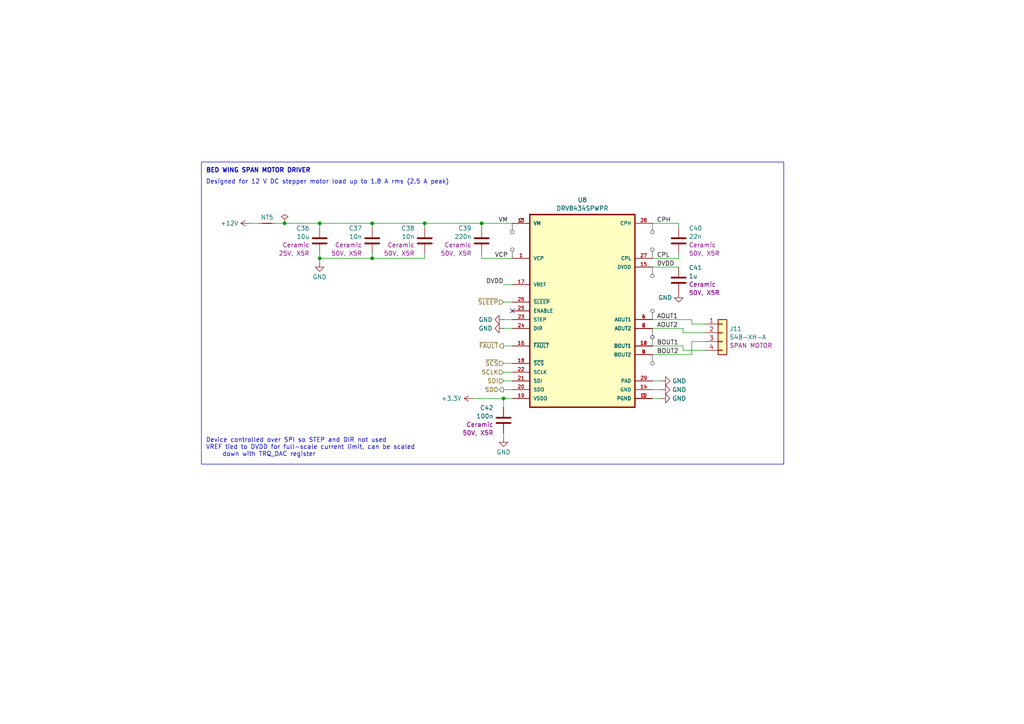
<source format=kicad_sch>
(kicad_sch (version 20250114) (generator "eeschema") (generator_version "9.0")
  (paper "A4")
  (title_block (title "Bed Lift Controller") (date "2025-10") (rev "v0.2") (company "Brown Studios LLC"))
  (lib_symbols
    (symbol "Connector_Generic:Conn_01x04" (pin_names (offset 1.016) (hide yes))
      (property "Reference" "J" (at 0 5.08 0))
      (property "Value" "Conn_01x04" (at 0 -7.62 0))
      (symbol "Conn_01x04_1_1"
        (rectangle (start -1.27 3.81) (end 1.27 -6.35) (stroke (width 0.254)) (fill (type background)))
        (rectangle (start -1.27 2.667) (end 0 2.413) (stroke (width 0.1524)))
        (rectangle (start -1.27 0.127) (end 0 -0.127) (stroke (width 0.1524)))
        (rectangle (start -1.27 -2.413) (end 0 -2.667) (stroke (width 0.1524)))
        (rectangle (start -1.27 -4.953) (end 0 -5.207) (stroke (width 0.1524)))
        (pin passive line (at -5.08 2.54 0) (length 3.81) (name "Pin_1") (number "1"))
        (pin passive line (at -5.08 0 0) (length 3.81) (name "Pin_2") (number "2"))
        (pin passive line (at -5.08 -2.54 0) (length 3.81) (name "Pin_3") (number "3"))
        (pin passive line (at -5.08 -5.08 0) (length 3.81) (name "Pin_4") (number "4"))
      )
    )
    (symbol "DRV8434SPWPR:DRV8434SPWPR" (pin_names (offset 1.016))
      (property "Reference" "U" (at -14.986 31.242 0))
      (property "Value" "DRV8434SPWPR" (at -15.24 -29.4 0))
      (symbol "DRV8434SPWPR_0_0"
        (rectangle (start -15.24 30.48) (end 15.24 -25.4) (stroke (width 0.41)) (fill (type background)))
        (pin power_in line (at -20.32 27.94 0) (length 5.08) (name "VM") (number "2"))
        (pin power_out line (at -20.32 17.78 0) (length 5.08) (name "VCP") (number "1"))
        (pin input line (at -20.32 10.16 0) (length 5.08) (name "VREF") (number "17"))
        (pin input line (at -20.32 5.08 0) (length 5.08) (name "~{SLEEP}") (number "26"))
        (pin input line (at -20.32 2.54 0) (length 5.08) (name "ENABLE") (number "25"))
        (pin input line (at -20.32 -2.54 0) (length 5.08) (name "DIR") (number "24"))
        (pin power_out line (at 20.32 27.94 180) (length 5.08) (name "CPH") (number "28"))
        (pin power_out line (at 20.32 17.78 180) (length 5.08) (name "CPL") (number "27"))
        (pin passive line (at 20.32 -17.78 180) (length 5.08) (name "PAD") (number "29"))
        (pin power_in line (at 20.32 -20.32 180) (length 5.08) (name "GND") (number "14"))
        (pin power_in line (at 20.32 -22.86 180) (length 5.08) (name "PGND") (number "3"))
      )
      (symbol "DRV8434SPWPR_1_0"
        (pin power_in line (at -20.32 27.94 0) (length 5.08) (name "VM") (number "13"))
        (pin input line (at -20.32 0 0) (length 5.08) (name "STEP") (number "23"))
        (pin open_collector line (at -20.32 -7.62 0) (length 5.08) (name "~{FAULT}") (number "16"))
        (pin input line (at -20.32 -12.7 0) (length 5.08) (name "~{SCS}") (number "18"))
        (pin input line (at -20.32 -15.24 0) (length 5.08) (name "SCLK") (number "22"))
        (pin input line (at -20.32 -17.78 0) (length 5.08) (name "SDI") (number "21"))
        (pin output line (at -20.32 -20.32 0) (length 5.08) (name "SDO") (number "20"))
        (pin power_in line (at -20.32 -22.86 0) (length 5.08) (name "VSDO") (number "19"))
        (pin power_out line (at 20.32 15.24 180) (length 5.08) (name "DVDD") (number "15"))
        (pin power_out line (at 20.32 0 180) (length 5.08) (name "AOUT1") (number "4"))
        (pin power_out line (at 20.32 0 180) (length 5.08) (name "AOUT1") (number "5"))
        (pin power_out line (at 20.32 -2.54 180) (length 5.08) (name "AOUT2") (number "6"))
        (pin power_out line (at 20.32 -2.54 180) (length 5.08) (name "AOUT2") (number "7"))
        (pin power_out line (at 20.32 -7.62 180) (length 5.08) (name "BOUT1") (number "10"))
        (pin power_out line (at 20.32 -7.62 180) (length 5.08) (name "BOUT1") (number "11"))
        (pin power_out line (at 20.32 -10.16 180) (length 5.08) (name "BOUT2") (number "8"))
        (pin power_out line (at 20.32 -10.16 180) (length 5.08) (name "BOUT2") (number "9"))
        (pin power_in line (at 20.32 -22.86 180) (length 5.08) (name "PGND") (number "12"))
      )
    )
    (symbol "Device:C" (pin_numbers (hide yes)) (pin_names (offset 0.254))
      (property "Reference" "C" (at 0.635 2.54 0))
      (property "Value" "C" (at 0.635 -2.54 0))
      (symbol "C_0_1"
        (polyline (pts (xy -2.032 0.762) (xy 2.032 0.762)) (stroke (width 0.508)))
        (polyline (pts (xy -2.032 -0.762) (xy 2.032 -0.762)) (stroke (width 0.508)))
      )
      (symbol "C_1_1"
        (pin passive line (at 0 3.81 270) (length 2.794) (name "~") (number "1"))
        (pin passive line (at 0 -3.81 90) (length 2.794) (name "~") (number "2"))
      )
    )
    (symbol "Device:NetTie_2" (pin_numbers (hide yes)) (pin_names (offset 0) (hide yes)) (in_bom no)
      (property "Reference" "NT" (at 0 1.27 0))
      (property "Value" "NetTie_2" (at 0 -1.27 0))
      (symbol "NetTie_2_0_1"
        (polyline (pts (xy -1.27 0) (xy 1.27 0)) (stroke (width 0.254)))
      )
      (symbol "NetTie_2_1_1"
        (pin passive line (at -2.54 0 0) (length 2.54) (name "1") (number "1"))
        (pin passive line (at 2.54 0 180) (length 2.54) (name "2") (number "2"))
      )
    )
    (symbol "power:+12V" (power) (pin_numbers (hide yes)) (pin_names (offset 0) (hide yes))
      (property "Value" "+12V" (at 0 3.556 0))
      (symbol "+12V_0_1"
        (polyline (pts (xy -0.762 1.27) (xy 0 2.54)))
        (polyline (pts (xy 0 2.54) (xy 0.762 1.27)))
        (polyline (pts (xy 0 0) (xy 0 2.54)))
      )
      (symbol "+12V_1_1"
        (pin power_in line (at 0 0 90) (length 0) (name "~") (number "1"))
      )
    )
    (symbol "power:+3.3V" (power) (pin_numbers (hide yes)) (pin_names (offset 0) (hide yes))
      (property "Value" "+3.3V" (at 0 3.556 0))
      (symbol "+3.3V_0_1"
        (polyline (pts (xy -0.762 1.27) (xy 0 2.54)))
        (polyline (pts (xy 0 2.54) (xy 0.762 1.27)))
        (polyline (pts (xy 0 0) (xy 0 2.54)))
      )
      (symbol "+3.3V_1_1"
        (pin power_in line (at 0 0 90) (length 0) (name "~") (number "1"))
      )
    )
    (symbol "power:GND" (power) (pin_numbers (hide yes)) (pin_names (offset 0) (hide yes))
      (property "Value" "GND" (at 0 -3.81 0))
      (symbol "GND_0_1"
        (polyline (pts (xy 0 0) (xy 0 -1.27) (xy 1.27 -1.27) (xy 0 -2.54) (xy -1.27 -1.27) (xy 0 -1.27)))
      )
      (symbol "GND_1_1"
        (pin power_in line (at 0 0 270) (length 0) (name "~") (number "1"))
      )
    )
    (symbol "power:PWR_FLAG" (power) (pin_numbers (hide yes)) (pin_names (offset 0) (hide yes))
      (property "Value" "PWR_FLAG" (at 0 3.81 0))
      (symbol "PWR_FLAG_0_0"
        (pin power_out line (at 0 0 90) (length 0) (name "~") (number "1"))
      )
      (symbol "PWR_FLAG_0_1"
        (polyline (pts (xy 0 0) (xy 0 1.27) (xy -1.016 1.905) (xy 0 2.54) (xy 1.016 1.905) (xy 0 1.27)))
      )
    )
  )
  (rectangle (start 58.42 46.99) (end 227.33 134.62))
  (text "Designed for 12 V DC stepper motor load up to 1.8 A rms (2.5 A peak)" (at 59.69 52.07 0) (effects (font (size 1.27 1.27)) (justify left top)))
  (text "BED WING SPAN MOTOR DRIVER" (at 59.69 49.53 0) (effects (font (size 1.27 1.27) (thickness 0.254) (bold yes)) (justify left)))
  (text "Device controlled over SPI so STEP and DIR not used\nVREF tied to DVDD for full-scale current limit, can be scaled\n	down with TRQ_DAC register" (at 59.69 127 0) (effects (font (size 1.27 1.27)) (justify left top)))
  (junction (at 92.71 74.93))
  (junction (at 107.95 74.93))
  (junction (at 82.55 64.77))
  (junction (at 146.05 115.57))
  (junction (at 92.71 64.77))
  (junction (at 123.19 64.77))
  (junction (at 139.7 64.77))
  (junction (at 107.95 64.77))
  (no_connect (at 148.59 90.17))
  (wire (pts (xy 92.71 73.66) (xy 92.71 74.93)))
  (wire (pts (xy 146.05 82.55) (xy 148.59 82.55)))
  (wire (pts (xy 92.71 74.93) (xy 92.71 76.2)))
  (wire (pts (xy 189.23 102.87) (xy 200.66 102.87)))
  (wire (pts (xy 146.05 100.33) (xy 148.59 100.33)))
  (wire (pts (xy 107.95 74.93) (xy 107.95 73.66)))
  (wire (pts (xy 189.23 113.03) (xy 191.77 113.03)))
  (wire (pts (xy 189.23 77.47) (xy 196.85 77.47)))
  (wire (pts (xy 72.39 64.77) (xy 74.93 64.77)))
  (wire (pts (xy 200.66 93.98) (xy 200.66 92.71)))
  (wire (pts (xy 146.05 107.95) (xy 148.59 107.95)))
  (wire (pts (xy 189.23 92.71) (xy 200.66 92.71)))
  (wire (pts (xy 92.71 64.77) (xy 82.55 64.77)))
  (wire (pts (xy 189.23 115.57) (xy 191.77 115.57)))
  (wire (pts (xy 198.12 96.52) (xy 198.12 95.25)))
  (wire (pts (xy 92.71 64.77) (xy 92.71 66.04)))
  (wire (pts (xy 139.7 64.77) (xy 148.59 64.77)))
  (wire (pts (xy 92.71 64.77) (xy 107.95 64.77)))
  (wire (pts (xy 204.47 96.52) (xy 198.12 96.52)))
  (wire (pts (xy 123.19 64.77) (xy 123.19 66.04)))
  (wire (pts (xy 146.05 110.49) (xy 148.59 110.49)))
  (wire (pts (xy 196.85 66.04) (xy 196.85 64.77)))
  (wire (pts (xy 92.71 74.93) (xy 107.95 74.93)))
  (wire (pts (xy 146.05 95.25) (xy 148.59 95.25)))
  (wire (pts (xy 139.7 73.66) (xy 139.7 74.93)))
  (wire (pts (xy 189.23 74.93) (xy 196.85 74.93)))
  (wire (pts (xy 146.05 113.03) (xy 148.59 113.03)))
  (wire (pts (xy 139.7 66.04) (xy 139.7 64.77)))
  (wire (pts (xy 200.66 99.06) (xy 200.66 102.87)))
  (wire (pts (xy 204.47 101.6) (xy 198.12 101.6)))
  (wire (pts (xy 139.7 74.93) (xy 148.59 74.93)))
  (wire (pts (xy 189.23 64.77) (xy 196.85 64.77)))
  (wire (pts (xy 200.66 99.06) (xy 204.47 99.06)))
  (wire (pts (xy 146.05 105.41) (xy 148.59 105.41)))
  (wire (pts (xy 196.85 73.66) (xy 196.85 74.93)))
  (wire (pts (xy 107.95 64.77) (xy 123.19 64.77)))
  (wire (pts (xy 123.19 64.77) (xy 139.7 64.77)))
  (wire (pts (xy 107.95 74.93) (xy 123.19 74.93)))
  (wire (pts (xy 80.01 64.77) (xy 82.55 64.77)))
  (wire (pts (xy 146.05 115.57) (xy 146.05 118.11)))
  (wire (pts (xy 107.95 64.77) (xy 107.95 66.04)))
  (wire (pts (xy 123.19 73.66) (xy 123.19 74.93)))
  (wire (pts (xy 146.05 127) (xy 146.05 125.73)))
  (wire (pts (xy 189.23 100.33) (xy 198.12 100.33)))
  (wire (pts (xy 189.23 110.49) (xy 191.77 110.49)))
  (wire (pts (xy 137.16 115.57) (xy 146.05 115.57)))
  (wire (pts (xy 146.05 92.71) (xy 148.59 92.71)))
  (wire (pts (xy 204.47 93.98) (xy 200.66 93.98)))
  (wire (pts (xy 146.05 87.63) (xy 148.59 87.63)))
  (wire (pts (xy 198.12 101.6) (xy 198.12 100.33)))
  (wire (pts (xy 146.05 115.57) (xy 148.59 115.57)))
  (wire (pts (xy 189.23 95.25) (xy 198.12 95.25)))
  (label "CPL" (at 190.5 74.93 0))
  (label "VCP" (at 147.32 74.93 180))
  (label "BOUT2" (at 190.5 102.87 0))
  (label "CPH" (at 190.5 64.77 0))
  (label "VM" (at 147.32 64.77 180))
  (label "AOUT2" (at 190.5 95.25 0))
  (label "DVDD" (at 146.05 82.55 180))
  (label "DVDD" (at 190.5 77.47 0))
  (label "BOUT1" (at 190.5 100.33 0))
  (label "AOUT1" (at 190.5 92.71 0))
  (hierarchical_label "~{SLEEP}" (shape input) (at 146.05 87.63 180))
  (hierarchical_label "~{FAULT}" (shape output) (at 146.05 100.33 180))
  (hierarchical_label "~{SCS}" (shape input) (at 146.05 105.41 180))
  (hierarchical_label "SDO" (shape output) (at 146.05 113.03 180))
  (hierarchical_label "SCLK" (shape input) (at 146.05 107.95 180))
  (hierarchical_label "SDI" (shape input) (at 146.05 110.49 180))
  (netclass_flag "" (length 2.54) (shape round) (at 189.23 95.25 180) (property "Netclass" "Power-2A" (effects (hide yes))))
  (netclass_flag "" (length 2.54) (shape round) (at 189.23 64.77 180) (property "Netclass" "Power" (effects (hide yes))))
  (netclass_flag "" (length 2.54) (shape round) (at 148.59 64.77 180) (property "Netclass" "Power-2A" (effects (hide yes))))
  (netclass_flag "" (length 2.54) (shape round) (at 189.23 74.93 0) (property "Netclass" "Power" (effects (hide yes))))
  (netclass_flag "" (length 2.54) (shape round) (at 148.59 74.93 0) (property "Netclass" "Power" (effects (hide yes))))
  (netclass_flag "" (length 2.54) (shape round) (at 189.23 100.33 0) (property "Netclass" "Power-2A" (effects (hide yes))))
  (netclass_flag "" (length 2.54) (shape round) (at 189.23 102.87 180) (property "Netclass" "Power-2A" (effects (hide yes))))
  (netclass_flag "" (length 2.54) (shape round) (at 189.23 77.47 180) (property "Netclass" "Power" (effects (hide yes))))
  (netclass_flag "" (length 2.54) (shape round) (at 189.23 92.71 0) (property "Netclass" "Power-2A" (effects (hide yes))))
  (symbol (lib_id "Device:NetTie_2") (at 77.47 64.77 0) (unit 1) (in_bom no)
    (property "Reference" "NT4" (at 77.47 63.0499 0))
    (property "Value" "NetTie_2" (effects (hide yes)))
    (property "Footprint" "Generic:NetTie-2_SMD_Pad1.5mm" (effects (hide yes)))
    (property "Description" "Net tie, 2 pins" (effects (hide yes)))
    (instances (project "bed-lift" (path "" (reference "NT5") (unit 1)) (path "" (reference "NT6") (unit 1)) (path "" (reference "NT4") (unit 1)) (path "" (reference "NT7") (unit 1))))
  )
  (symbol (lib_id "power:GND") (at 146.05 92.71 270) (mirror x) (unit 1)
    (property "Reference" "#PWR044" (effects (hide yes)))
    (property "Value" "GND" (at 142.8751 92.71 90) (effects (justify right)))
    (property "Description" "Power symbol creates a global label with name \"GND\" , ground" (effects (hide yes)))
    (instances (project "bed-lift" (path "" (reference "#PWR054") (unit 1)) (path "" (reference "#PWR064") (unit 1)) (path "" (reference "#PWR044") (unit 1)) (path "" (reference "#PWR074") (unit 1))))
  )
  (symbol (lib_id "power:GND") (at 146.05 127 0) (unit 1)
    (property "Reference" "#PWR050" (effects (hide yes)))
    (property "Value" "GND" (at 146.05 131.1331 0))
    (property "Description" "Power symbol creates a global label with name \"GND\" , ground" (effects (hide yes)))
    (instances (project "bed-lift" (path "" (reference "#PWR060") (unit 1)) (path "" (reference "#PWR070") (unit 1)) (path "" (reference "#PWR050") (unit 1)) (path "" (reference "#PWR080") (unit 1))))
  )
  (symbol (lib_id "power:GND") (at 191.77 110.49 90) (unit 1)
    (property "Reference" "#PWR046" (effects (hide yes)))
    (property "Value" "GND" (at 194.945 110.49 90) (effects (justify right)))
    (property "Description" "Power symbol creates a global label with name \"GND\" , ground" (effects (hide yes)))
    (instances (project "bed-lift" (path "" (reference "#PWR056") (unit 1)) (path "" (reference "#PWR066") (unit 1)) (path "" (reference "#PWR046") (unit 1)) (path "" (reference "#PWR076") (unit 1))))
  )
  (symbol (lib_id "power:+12V") (at 72.39 64.77 90) (unit 1)
    (property "Reference" "#PWR041" (effects (hide yes)))
    (property "Value" "+12V" (at 69.215 64.77 90) (effects (justify left)))
    (property "Description" "Power symbol creates a global label with name \"+12V\"" (effects (hide yes)))
    (instances (project "bed-lift" (path "" (reference "#PWR051") (unit 1)) (path "" (reference "#PWR061") (unit 1)) (path "" (reference "#PWR041") (unit 1)) (path "" (reference "#PWR071") (unit 1))))
  )
  (symbol (lib_id "Device:C") (at 196.85 69.85 0) (unit 1)
    (property "Reference" "C33" (at 199.771 66.2135 0) (effects (justify left)))
    (property "Value" "22n" (at 199.771 68.6378 0) (effects (justify left)))
    (property "Footprint" "Capacitor_SMD:C_0603_1608Metric" (effects (hide yes)))
    (property "Description" "Unpolarized capacitor" (effects (hide yes)))
    (property "Type" "Ceramic" (at 199.771 71.0621 0) (effects (justify left)))
    (property "Rating" "50V, X5R" (at 199.771 73.4864 0) (effects (justify left)))
    (property "LCSC" "C21122" (effects (hide yes)))
    (instances (project "bed-lift" (path "" (reference "C40") (unit 1)) (path "" (reference "C47") (unit 1)) (path "" (reference "C33") (unit 1)) (path "" (reference "C54") (unit 1))))
  )
  (symbol (lib_id "Device:C") (at 123.19 69.85 0) (mirror y) (unit 1)
    (property "Reference" "C31" (at 120.269 66.2135 0) (effects (justify left)))
    (property "Value" "10n" (at 120.269 68.6378 0) (effects (justify left)))
    (property "Footprint" "Capacitor_SMD:C_0603_1608Metric" (effects (hide yes)))
    (property "Description" "Unpolarized capacitor" (effects (hide yes)))
    (property "Type" "Ceramic" (at 120.269 71.0621 0) (effects (justify left)))
    (property "Rating" "50V, X5R" (at 120.269 73.4864 0) (effects (justify left)))
    (property "LCSC" "C57112" (effects (hide yes)))
    (instances (project "bed-lift" (path "" (reference "C38") (unit 1)) (path "" (reference "C45") (unit 1)) (path "" (reference "C31") (unit 1)) (path "" (reference "C52") (unit 1))))
  )
  (symbol (lib_id "Device:C") (at 146.05 121.92 0) (mirror y) (unit 1)
    (property "Reference" "C35" (at 143.129 118.2835 0) (effects (justify left)))
    (property "Value" "100n" (at 143.129 120.7078 0) (effects (justify left)))
    (property "Footprint" "Capacitor_SMD:C_0603_1608Metric" (effects (hide yes)))
    (property "Description" "Unpolarized capacitor" (effects (hide yes)))
    (property "Type" "Ceramic" (at 143.129 123.1321 0) (effects (justify left)))
    (property "Rating" "50V, X5R" (at 143.129 125.5564 0) (effects (justify left)))
    (property "LCSC" "C14663" (effects (hide yes)))
    (instances (project "bed-lift" (path "" (reference "C42") (unit 1)) (path "" (reference "C49") (unit 1)) (path "" (reference "C35") (unit 1)) (path "" (reference "C56") (unit 1))))
  )
  (symbol (lib_id "Device:C") (at 196.85 81.28 0) (unit 1)
    (property "Reference" "C34" (at 199.771 77.6435 0) (effects (justify left)))
    (property "Value" "1u" (at 199.771 80.0678 0) (effects (justify left)))
    (property "Footprint" "Capacitor_SMD:C_0603_1608Metric" (effects (hide yes)))
    (property "Description" "Unpolarized capacitor" (effects (hide yes)))
    (property "Type" "Ceramic" (at 199.771 82.4921 0) (effects (justify left)))
    (property "Rating" "50V, X5R" (at 199.771 84.9164 0) (effects (justify left)))
    (property "LCSC" "C15849" (effects (hide yes)))
    (instances (project "bed-lift" (path "" (reference "C41") (unit 1)) (path "" (reference "C48") (unit 1)) (path "" (reference "C34") (unit 1)) (path "" (reference "C55") (unit 1))))
  )
  (symbol (lib_id "Device:C") (at 92.71 69.85 0) (mirror x) (unit 1)
    (property "Reference" "C29" (at 89.789 66.2135 0) (effects (justify right)))
    (property "Value" "10u" (at 89.789 68.6378 0) (effects (justify right)))
    (property "Footprint" "Capacitor_SMD:C_0805_2012Metric" (effects (hide yes)))
    (property "Description" "Unpolarized capacitor" (effects (hide yes)))
    (property "Type" "Ceramic" (at 89.789 71.0621 0) (effects (justify right)))
    (property "Rating" "25V, X5R" (at 89.789 73.4864 0) (effects (justify right)))
    (property "LCSC" "C15850" (effects (hide yes)))
    (instances (project "bed-lift" (path "" (reference "C36") (unit 1)) (path "" (reference "C43") (unit 1)) (path "" (reference "C29") (unit 1)) (path "" (reference "C50") (unit 1))))
  )
  (symbol (lib_id "power:GND") (at 92.71 76.2 0) (unit 1)
    (property "Reference" "#PWR042" (effects (hide yes)))
    (property "Value" "GND" (at 92.71 80.3331 0))
    (property "Description" "Power symbol creates a global label with name \"GND\" , ground" (effects (hide yes)))
    (instances (project "bed-lift" (path "" (reference "#PWR052") (unit 1)) (path "" (reference "#PWR062") (unit 1)) (path "" (reference "#PWR042") (unit 1)) (path "" (reference "#PWR072") (unit 1))))
  )
  (symbol (lib_id "power:GND") (at 191.77 113.03 90) (unit 1)
    (property "Reference" "#PWR047" (effects (hide yes)))
    (property "Value" "GND" (at 194.945 113.03 90) (effects (justify right)))
    (property "Description" "Power symbol creates a global label with name \"GND\" , ground" (effects (hide yes)))
    (instances (project "bed-lift" (path "" (reference "#PWR057") (unit 1)) (path "" (reference "#PWR067") (unit 1)) (path "" (reference "#PWR047") (unit 1)) (path "" (reference "#PWR077") (unit 1))))
  )
  (symbol (lib_id "power:GND") (at 146.05 95.25 270) (mirror x) (unit 1)
    (property "Reference" "#PWR045" (effects (hide yes)))
    (property "Value" "GND" (at 142.8751 95.25 90) (effects (justify right)))
    (property "Description" "Power symbol creates a global label with name \"GND\" , ground" (effects (hide yes)))
    (instances (project "bed-lift" (path "" (reference "#PWR055") (unit 1)) (path "" (reference "#PWR065") (unit 1)) (path "" (reference "#PWR045") (unit 1)) (path "" (reference "#PWR075") (unit 1))))
  )
  (symbol (lib_id "power:GND") (at 191.77 115.57 90) (unit 1)
    (property "Reference" "#PWR049" (effects (hide yes)))
    (property "Value" "GND" (at 194.945 115.57 90) (effects (justify right)))
    (property "Description" "Power symbol creates a global label with name \"GND\" , ground" (effects (hide yes)))
    (instances (project "bed-lift" (path "" (reference "#PWR059") (unit 1)) (path "" (reference "#PWR069") (unit 1)) (path "" (reference "#PWR049") (unit 1)) (path "" (reference "#PWR079") (unit 1))))
  )
  (symbol (lib_id "power:+3.3V") (at 137.16 115.57 90) (unit 1)
    (property "Reference" "#PWR048" (effects (hide yes)))
    (property "Value" "+3.3V" (at 133.858 115.57 90) (effects (justify left)))
    (property "Description" "Power symbol creates a global label with name \"+3.3V\"" (effects (hide yes)))
    (instances (project "bed-lift" (path "" (reference "#PWR058") (unit 1)) (path "" (reference "#PWR068") (unit 1)) (path "" (reference "#PWR048") (unit 1)) (path "" (reference "#PWR078") (unit 1))))
  )
  (symbol (lib_id "Device:C") (at 107.95 69.85 0) (mirror y) (unit 1)
    (property "Reference" "C30" (at 105.029 66.2135 0) (effects (justify left)))
    (property "Value" "10n" (at 105.029 68.6378 0) (effects (justify left)))
    (property "Footprint" "Capacitor_SMD:C_0603_1608Metric" (effects (hide yes)))
    (property "Description" "Unpolarized capacitor" (effects (hide yes)))
    (property "Type" "Ceramic" (at 105.029 71.0621 0) (effects (justify left)))
    (property "Rating" "50V, X5R" (at 105.029 73.4864 0) (effects (justify left)))
    (property "LCSC" "C57112" (effects (hide yes)))
    (instances (project "bed-lift" (path "" (reference "C37") (unit 1)) (path "" (reference "C44") (unit 1)) (path "" (reference "C30") (unit 1)) (path "" (reference "C51") (unit 1))))
  )
  (symbol (lib_id "power:PWR_FLAG") (at 82.55 64.77 0) (unit 1)
    (property "Reference" "#FLG08" (effects (hide yes)))
    (property "Value" "PWR_FLAG" (effects (hide yes)))
    (property "Description" "Special symbol for telling ERC where power comes from" (effects (hide yes)))
    (instances (project "bed-lift" (path "" (reference "#FLG09") (unit 1)) (path "" (reference "#FLG010") (unit 1)) (path "" (reference "#FLG08") (unit 1)) (path "" (reference "#FLG011") (unit 1))))
  )
  (symbol (lib_id "Device:C") (at 139.7 69.85 0) (mirror y) (unit 1)
    (property "Reference" "C32" (at 136.779 66.2135 0) (effects (justify left)))
    (property "Value" "220n" (at 136.779 68.6378 0) (effects (justify left)))
    (property "Footprint" "Capacitor_SMD:C_0603_1608Metric" (effects (hide yes)))
    (property "Description" "Unpolarized capacitor" (effects (hide yes)))
    (property "Type" "Ceramic" (at 136.779 71.0621 0) (effects (justify left)))
    (property "Rating" "50V, X5R" (at 136.779 73.4864 0) (effects (justify left)))
    (property "LCSC" "C1603" (effects (hide yes)))
    (instances (project "bed-lift" (path "" (reference "C39") (unit 1)) (path "" (reference "C46") (unit 1)) (path "" (reference "C32") (unit 1)) (path "" (reference "C53") (unit 1))))
  )
  (symbol (lib_id "power:GND") (at 196.85 85.09 0) (mirror y) (unit 1)
    (property "Reference" "#PWR043" (effects (hide yes)))
    (property "Value" "GND" (at 194.9451 86.36 0) (effects (justify left)))
    (property "Description" "Power symbol creates a global label with name \"GND\" , ground" (effects (hide yes)))
    (instances (project "bed-lift" (path "" (reference "#PWR053") (unit 1)) (path "" (reference "#PWR063") (unit 1)) (path "" (reference "#PWR043") (unit 1)) (path "" (reference "#PWR073") (unit 1))))
  )
  (symbol (lib_id "Connector_Generic:Conn_01x04") (at 209.55 96.52 0) (unit 1)
    (property "Reference" "J10" (at 211.582 95.3657 0) (effects (justify left)))
    (property "Value" "S4B-XH-A" (at 211.582 97.79 0) (effects (justify left)))
    (property "Footprint" "Connector_JST:JST_XH_S4B-XH-A_1x04_P2.50mm_Horizontal" (effects (hide yes)))
    (property "Description" "Generic connector, single row, 01x04, script generated (kicad-library-utils/schlib/autogen/connector/)" (effects (hide yes)))
    (property "Label" "SPAN MOTOR" (at 211.582 100.2143 0) (effects (justify left)))
    (property "LCSC" "C157925" (effects (hide yes)))
    (property "FT Rotation Offset" "180" (effects (hide yes)))
    (instances (project "bed-lift" (path "" (reference "J11") (unit 1)) (path "" (reference "J12") (unit 1)) (path "" (reference "J10") (unit 1)) (path "" (reference "J13") (unit 1))))
  )
  (symbol (lib_id "DRV8434SPWPR:DRV8434SPWPR") (at 168.91 92.71 0) (unit 1)
    (property "Reference" "U7" (at 168.91 58.0075 0))
    (property "Value" "DRV8434SPWPR" (at 168.91 60.4318 0))
    (property "Footprint" "DRV8434SPWPR:HTSSOP-28 PWP0028M" (effects (hide yes)))
    (property "Datasheet" "https://www.ti.com/lit/ds/symlink/drv8434s.pdf" (effects (hide yes)))
    (property "PACKAGE" "HTSSOP-28 Texas Instruments" (effects (hide yes)))
    (property "MAXIMUM_PACKAGE_HEIGHT" "1.2mm" (effects (hide yes)))
    (property "MANUFACTURER" "Texas Instruments" (effects (hide yes)))
    (property "LCSC" "C3681202" (effects (hide yes)))
    (instances (project "bed-lift" (path "" (reference "U8") (unit 1)) (path "" (reference "U9") (unit 1)) (path "" (reference "U7") (unit 1)) (path "" (reference "U10") (unit 1))))
  )
)
</source>
